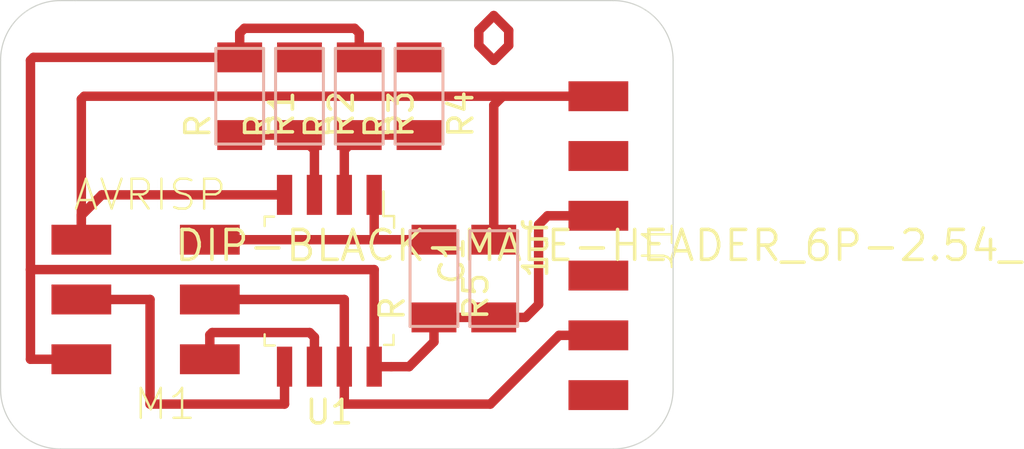
<source format=kicad_pcb>
(kicad_pcb (version 20171130) (host pcbnew "(5.1.5-0-10_14)")

  (general
    (thickness 1.6)
    (drawings 10)
    (tracks 60)
    (zones 0)
    (modules 9)
    (nets 9)
  )

  (page A4)
  (layers
    (0 F.Cu signal)
    (31 B.Cu signal)
    (32 B.Adhes user)
    (33 F.Adhes user)
    (34 B.Paste user)
    (35 F.Paste user)
    (36 B.SilkS user)
    (37 F.SilkS user)
    (38 B.Mask user)
    (39 F.Mask user)
    (40 Dwgs.User user)
    (41 Cmts.User user)
    (42 Eco1.User user)
    (43 Eco2.User user)
    (44 Edge.Cuts user)
    (45 Margin user)
    (46 B.CrtYd user)
    (47 F.CrtYd user)
    (48 B.Fab user)
    (49 F.Fab user)
  )

  (setup
    (last_trace_width 0.4)
    (trace_clearance 0.4)
    (zone_clearance 0.508)
    (zone_45_only no)
    (trace_min 0.4)
    (via_size 0.8)
    (via_drill 0.4)
    (via_min_size 0.8)
    (via_min_drill 0.3)
    (uvia_size 0.8)
    (uvia_drill 0.1)
    (uvias_allowed no)
    (uvia_min_size 0.8)
    (uvia_min_drill 0.1)
    (edge_width 0.05)
    (segment_width 0.2)
    (pcb_text_width 0.3)
    (pcb_text_size 1.5 1.5)
    (mod_edge_width 0.12)
    (mod_text_size 1 1)
    (mod_text_width 0.15)
    (pad_size 1.524 1.524)
    (pad_drill 0.762)
    (pad_to_mask_clearance 0.051)
    (solder_mask_min_width 0.25)
    (aux_axis_origin 0 0)
    (visible_elements FFFFFF7F)
    (pcbplotparams
      (layerselection 0x01000_7fffffff)
      (usegerberextensions false)
      (usegerberattributes false)
      (usegerberadvancedattributes false)
      (creategerberjobfile false)
      (excludeedgelayer true)
      (linewidth 0.100000)
      (plotframeref false)
      (viasonmask false)
      (mode 1)
      (useauxorigin false)
      (hpglpennumber 1)
      (hpglpenspeed 20)
      (hpglpendiameter 15.000000)
      (psnegative false)
      (psa4output false)
      (plotreference true)
      (plotvalue true)
      (plotinvisibletext false)
      (padsonsilk false)
      (subtractmaskfromsilk false)
      (outputformat 1)
      (mirror false)
      (drillshape 0)
      (scaleselection 1)
      (outputdirectory ""))
  )

  (net 0 "")
  (net 1 VCC)
  (net 2 GND)
  (net 3 SCK)
  (net 4 "Net-(M1-Pad1)")
  (net 5 "Net-(M1-Pad4)")
  (net 6 RES)
  (net 7 PB4)
  (net 8 PB3)

  (net_class Default "This is the default net class."
    (clearance 0.4)
    (trace_width 0.4)
    (via_dia 0.8)
    (via_drill 0.4)
    (uvia_dia 0.8)
    (uvia_drill 0.1)
    (add_net GND)
    (add_net "Net-(M1-Pad1)")
    (add_net "Net-(M1-Pad4)")
    (add_net PB3)
    (add_net PB4)
    (add_net RES)
    (add_net SCK)
    (add_net VCC)
  )

  (module digikey-footprints:SOIC-8_W5.6mm (layer F.Cu) (tedit 5D28A58E) (tstamp 5E822CCC)
    (at 193.04 36.035 180)
    (path /5E7F43CC)
    (attr smd)
    (fp_text reference U1 (at 0 -5.58) (layer F.SilkS)
      (effects (font (size 1 1) (thickness 0.15)))
    )
    (fp_text value ATTINY45-20PU (at 0 5.98) (layer F.Fab)
      (effects (font (size 1 1) (thickness 0.15)))
    )
    (fp_line (start 2.88 4.75) (end -2.88 4.75) (layer F.CrtYd) (width 0.05))
    (fp_line (start -2.88 -4.75) (end -2.88 4.75) (layer F.CrtYd) (width 0.05))
    (fp_line (start 2.88 -4.75) (end 2.88 4.75) (layer F.CrtYd) (width 0.05))
    (fp_line (start 2.88 -4.75) (end -2.88 -4.75) (layer F.CrtYd) (width 0.05))
    (fp_line (start -2.75 2.25) (end -2.75 2.75) (layer F.SilkS) (width 0.1))
    (fp_line (start -2.75 2.75) (end -2.3 2.75) (layer F.SilkS) (width 0.1))
    (fp_line (start -2.3 2.75) (end -2.3 3.8) (layer F.SilkS) (width 0.1))
    (fp_line (start 2.75 2.725) (end 2.35 2.725) (layer F.SilkS) (width 0.1))
    (fp_line (start 2.75 2.725) (end 2.75 2.325) (layer F.SilkS) (width 0.1))
    (fp_line (start 2.75 -2.75) (end 2.75 -2.275) (layer F.SilkS) (width 0.1))
    (fp_line (start 2.75 -2.75) (end 2.325 -2.75) (layer F.SilkS) (width 0.1))
    (fp_line (start -2.725 -2.725) (end -2.725 -2.3) (layer F.SilkS) (width 0.1))
    (fp_line (start -2.725 -2.725) (end -2.325 -2.725) (layer F.SilkS) (width 0.1))
    (fp_text user %R (at 0 0) (layer F.Fab)
      (effects (font (size 1 1) (thickness 0.15)))
    )
    (fp_line (start -2.63 -2.625) (end -2.63 2.625) (layer F.Fab) (width 0.1))
    (fp_line (start -2.63 2.625) (end 2.63 2.625) (layer F.Fab) (width 0.1))
    (fp_line (start 2.63 -2.625) (end 2.63 2.625) (layer F.Fab) (width 0.1))
    (fp_line (start -2.63 -2.625) (end 2.63 -2.625) (layer F.Fab) (width 0.1))
    (pad 1 smd rect (at -1.905 3.65 180) (size 0.65 1.7) (layers F.Cu F.Paste F.Mask)
      (net 6 RES))
    (pad 2 smd rect (at -0.635 3.65 180) (size 0.65 1.7) (layers F.Cu F.Paste F.Mask)
      (net 8 PB3))
    (pad 3 smd rect (at 0.635 3.65 180) (size 0.65 1.7) (layers F.Cu F.Paste F.Mask)
      (net 7 PB4))
    (pad 4 smd rect (at 1.905 3.65 180) (size 0.65 1.7) (layers F.Cu F.Paste F.Mask)
      (net 2 GND))
    (pad 5 smd rect (at 1.905 -3.65 180) (size 0.65 1.7) (layers F.Cu F.Paste F.Mask)
      (net 5 "Net-(M1-Pad4)"))
    (pad 6 smd rect (at 0.635 -3.65 180) (size 0.65 1.7) (layers F.Cu F.Paste F.Mask)
      (net 4 "Net-(M1-Pad1)"))
    (pad 7 smd rect (at -0.635 -3.65 180) (size 0.65 1.7) (layers F.Cu F.Paste F.Mask)
      (net 3 SCK))
    (pad 8 smd rect (at -1.905 -3.65 180) (size 0.65 1.7) (layers F.Cu F.Paste F.Mask)
      (net 1 VCC))
  )

  (module fab:fab-C1206FAB (layer F.Cu) (tedit 200000) (tstamp 5E822C68)
    (at 200.025 35.941 90)
    (path /5E812225)
    (attr smd)
    (fp_text reference C1 (at 0.762 -1.778 90) (layer F.SilkS)
      (effects (font (size 1.016 1.016) (thickness 0.1524)))
    )
    (fp_text value 1uf (at 1.27 1.778 90) (layer F.SilkS)
      (effects (font (size 1.016 1.016) (thickness 0.1524)))
    )
    (fp_line (start -2.032 1.016) (end -2.032 -1.016) (layer B.SilkS) (width 0.127))
    (fp_line (start 2.032 1.016) (end -2.032 1.016) (layer B.SilkS) (width 0.127))
    (fp_line (start 2.032 -1.016) (end 2.032 1.016) (layer B.SilkS) (width 0.127))
    (fp_line (start -2.032 -1.016) (end 2.032 -1.016) (layer B.SilkS) (width 0.127))
    (pad 2 smd rect (at 1.651 0 90) (size 1.27 1.905) (layers F.Cu F.Paste F.Mask)
      (net 2 GND))
    (pad 1 smd rect (at -1.651 0 90) (size 1.27 1.905) (layers F.Cu F.Paste F.Mask)
      (net 1 VCC))
  )

  (module fab:fab-1X06SMD (layer F.Cu) (tedit 200000) (tstamp 5E822C72)
    (at 204.47 34.544 180)
    (path /5E834612)
    (attr smd)
    (fp_text reference J1 (at -2.54 0 90) (layer F.SilkS)
      (effects (font (size 1.27 1.27) (thickness 0.1016)))
    )
    (fp_text value DIP-BLACK-MALE-HEADER_6P-2.54_ (at 0 0) (layer F.SilkS)
      (effects (font (size 1.27 1.27) (thickness 0.15)))
    )
    (pad 1 smd rect (at 0 -6.35 180) (size 2.54 1.27) (layers F.Cu F.Paste F.Mask))
    (pad 2 smd rect (at 0 -3.81 180) (size 2.54 1.27) (layers F.Cu F.Paste F.Mask)
      (net 3 SCK))
    (pad 3 smd rect (at 0 -1.27 180) (size 2.54 1.27) (layers F.Cu F.Paste F.Mask))
    (pad 4 smd rect (at 0 1.27 180) (size 2.54 1.27) (layers F.Cu F.Paste F.Mask)
      (net 1 VCC))
    (pad 5 smd rect (at 0 3.81 180) (size 2.54 1.27) (layers F.Cu F.Paste F.Mask))
    (pad 6 smd rect (at 0 6.35 180) (size 2.54 1.27) (layers F.Cu F.Paste F.Mask)
      (net 2 GND))
  )

  (module fab:fab-2X03SMD (layer F.Cu) (tedit 200000) (tstamp 5E822C7C)
    (at 185.42 36.83 180)
    (path /5E8103AA)
    (attr smd)
    (fp_text reference M1 (at -0.635 -4.445) (layer F.SilkS)
      (effects (font (size 1.27 1.27) (thickness 0.1016)))
    )
    (fp_text value AVRISP (at 0 4.445) (layer F.SilkS)
      (effects (font (size 1.27 1.27) (thickness 0.1016)))
    )
    (pad 1 smd rect (at -2.54 -2.54 180) (size 2.54 1.27) (layers F.Cu F.Paste F.Mask)
      (net 4 "Net-(M1-Pad1)"))
    (pad 2 smd rect (at 2.91846 -2.54 180) (size 2.54 1.27) (layers F.Cu F.Paste F.Mask)
      (net 1 VCC))
    (pad 3 smd rect (at -2.54 0 180) (size 2.54 1.27) (layers F.Cu F.Paste F.Mask)
      (net 3 SCK))
    (pad 4 smd rect (at 2.91846 0 180) (size 2.54 1.27) (layers F.Cu F.Paste F.Mask)
      (net 5 "Net-(M1-Pad4)"))
    (pad 5 smd rect (at -2.54 2.54 180) (size 2.54 1.27) (layers F.Cu F.Paste F.Mask)
      (net 6 RES))
    (pad 6 smd rect (at 2.91846 2.54 180) (size 2.54 1.27) (layers F.Cu F.Paste F.Mask)
      (net 2 GND))
  )

  (module fab:fab-C1206FAB (layer F.Cu) (tedit 200000) (tstamp 5E822C86)
    (at 189.23 28.194 270)
    (path /5E82B2CD)
    (attr smd)
    (fp_text reference R1 (at 0.762 -1.778 90) (layer F.SilkS)
      (effects (font (size 1.016 1.016) (thickness 0.1524)))
    )
    (fp_text value R (at 1.27 1.778 90) (layer F.SilkS)
      (effects (font (size 1.016 1.016) (thickness 0.1524)))
    )
    (fp_line (start -2.032 -1.016) (end 2.032 -1.016) (layer B.SilkS) (width 0.127))
    (fp_line (start 2.032 -1.016) (end 2.032 1.016) (layer B.SilkS) (width 0.127))
    (fp_line (start 2.032 1.016) (end -2.032 1.016) (layer B.SilkS) (width 0.127))
    (fp_line (start -2.032 1.016) (end -2.032 -1.016) (layer B.SilkS) (width 0.127))
    (pad 1 smd rect (at -1.651 0 270) (size 1.27 1.905) (layers F.Cu F.Paste F.Mask)
      (net 1 VCC))
    (pad 2 smd rect (at 1.651 0 270) (size 1.27 1.905) (layers F.Cu F.Paste F.Mask)
      (net 7 PB4))
  )

  (module fab:fab-C1206FAB (layer F.Cu) (tedit 200000) (tstamp 5E822C90)
    (at 191.77 28.194 270)
    (path /5E82F396)
    (attr smd)
    (fp_text reference R2 (at 0.762 -1.778 90) (layer F.SilkS)
      (effects (font (size 1.016 1.016) (thickness 0.1524)))
    )
    (fp_text value R (at 1.27 1.778 90) (layer F.SilkS)
      (effects (font (size 1.016 1.016) (thickness 0.1524)))
    )
    (fp_line (start -2.032 1.016) (end -2.032 -1.016) (layer B.SilkS) (width 0.127))
    (fp_line (start 2.032 1.016) (end -2.032 1.016) (layer B.SilkS) (width 0.127))
    (fp_line (start 2.032 -1.016) (end 2.032 1.016) (layer B.SilkS) (width 0.127))
    (fp_line (start -2.032 -1.016) (end 2.032 -1.016) (layer B.SilkS) (width 0.127))
    (pad 2 smd rect (at 1.651 0 270) (size 1.27 1.905) (layers F.Cu F.Paste F.Mask)
      (net 7 PB4))
    (pad 1 smd rect (at -1.651 0 270) (size 1.27 1.905) (layers F.Cu F.Paste F.Mask))
  )

  (module fab:fab-C1206FAB (layer F.Cu) (tedit 200000) (tstamp 5E822C9A)
    (at 194.31 28.194 270)
    (path /5E830336)
    (attr smd)
    (fp_text reference R3 (at 0.762 -1.778 90) (layer F.SilkS)
      (effects (font (size 1.016 1.016) (thickness 0.1524)))
    )
    (fp_text value R (at 1.27 1.778 90) (layer F.SilkS)
      (effects (font (size 1.016 1.016) (thickness 0.1524)))
    )
    (fp_line (start -2.032 -1.016) (end 2.032 -1.016) (layer B.SilkS) (width 0.127))
    (fp_line (start 2.032 -1.016) (end 2.032 1.016) (layer B.SilkS) (width 0.127))
    (fp_line (start 2.032 1.016) (end -2.032 1.016) (layer B.SilkS) (width 0.127))
    (fp_line (start -2.032 1.016) (end -2.032 -1.016) (layer B.SilkS) (width 0.127))
    (pad 1 smd rect (at -1.651 0 270) (size 1.27 1.905) (layers F.Cu F.Paste F.Mask)
      (net 1 VCC))
    (pad 2 smd rect (at 1.651 0 270) (size 1.27 1.905) (layers F.Cu F.Paste F.Mask)
      (net 8 PB3))
  )

  (module fab:fab-C1206FAB (layer F.Cu) (tedit 200000) (tstamp 5E822CA4)
    (at 196.85 28.194 270)
    (path /5E8311EF)
    (attr smd)
    (fp_text reference R4 (at 0.762 -1.778 90) (layer F.SilkS)
      (effects (font (size 1.016 1.016) (thickness 0.1524)))
    )
    (fp_text value R (at 1.27 1.778 90) (layer F.SilkS)
      (effects (font (size 1.016 1.016) (thickness 0.1524)))
    )
    (fp_line (start -2.032 1.016) (end -2.032 -1.016) (layer B.SilkS) (width 0.127))
    (fp_line (start 2.032 1.016) (end -2.032 1.016) (layer B.SilkS) (width 0.127))
    (fp_line (start 2.032 -1.016) (end 2.032 1.016) (layer B.SilkS) (width 0.127))
    (fp_line (start -2.032 -1.016) (end 2.032 -1.016) (layer B.SilkS) (width 0.127))
    (pad 2 smd rect (at 1.651 0 270) (size 1.27 1.905) (layers F.Cu F.Paste F.Mask)
      (net 8 PB3))
    (pad 1 smd rect (at -1.651 0 270) (size 1.27 1.905) (layers F.Cu F.Paste F.Mask))
  )

  (module fab:fab-C1206FAB (layer F.Cu) (tedit 200000) (tstamp 5E822CAE)
    (at 197.485 35.941 270)
    (path /5E8321F8)
    (attr smd)
    (fp_text reference R5 (at 0.762 -1.778 90) (layer F.SilkS)
      (effects (font (size 1.016 1.016) (thickness 0.1524)))
    )
    (fp_text value R (at 1.27 1.778 90) (layer F.SilkS)
      (effects (font (size 1.016 1.016) (thickness 0.1524)))
    )
    (fp_line (start -2.032 -1.016) (end 2.032 -1.016) (layer B.SilkS) (width 0.127))
    (fp_line (start 2.032 -1.016) (end 2.032 1.016) (layer B.SilkS) (width 0.127))
    (fp_line (start 2.032 1.016) (end -2.032 1.016) (layer B.SilkS) (width 0.127))
    (fp_line (start -2.032 1.016) (end -2.032 -1.016) (layer B.SilkS) (width 0.127))
    (pad 1 smd rect (at -1.651 0 270) (size 1.27 1.905) (layers F.Cu F.Paste F.Mask)
      (net 6 RES))
    (pad 2 smd rect (at 1.651 0 270) (size 1.27 1.905) (layers F.Cu F.Paste F.Mask)
      (net 1 VCC))
  )

  (gr_arc (start 205.105 40.64) (end 205.105 43.18) (angle -90) (layer Edge.Cuts) (width 0.05))
  (gr_arc (start 205.105 26.67) (end 207.645 26.67) (angle -90) (layer Edge.Cuts) (width 0.05))
  (gr_arc (start 181.61 40.64) (end 179.07 40.64) (angle -90) (layer Edge.Cuts) (width 0.05))
  (gr_arc (start 181.61 26.67) (end 181.61 24.13) (angle -90) (layer Edge.Cuts) (width 0.05))
  (gr_line (start 182.245 24.13) (end 181.61 24.13) (layer Edge.Cuts) (width 0.05))
  (gr_line (start 179.07 27.94) (end 179.07 26.67) (layer Edge.Cuts) (width 0.05))
  (gr_line (start 179.07 27.94) (end 179.07 40.64) (layer Edge.Cuts) (width 0.05))
  (gr_line (start 205.105 24.13) (end 182.245 24.13) (layer Edge.Cuts) (width 0.05))
  (gr_line (start 207.645 40.64) (end 207.645 26.67) (layer Edge.Cuts) (width 0.05))
  (gr_line (start 205.105 43.18) (end 181.61 43.18) (layer Edge.Cuts) (width 0.05))

  (segment (start 199.39 25.4) (end 199.39 26.035) (width 0.4) (layer F.Cu) (net 0))
  (segment (start 199.39 26.035) (end 200.025 26.67) (width 0.4) (layer F.Cu) (net 0))
  (segment (start 200.025 26.67) (end 200.66 26.035) (width 0.4) (layer F.Cu) (net 0))
  (segment (start 200.66 26.035) (end 200.66 25.4) (width 0.4) (layer F.Cu) (net 0))
  (segment (start 200.66 25.4) (end 200.025 24.765) (width 0.4) (layer F.Cu) (net 0))
  (segment (start 200.025 24.765) (end 199.39 25.4) (width 0.4) (layer F.Cu) (net 0))
  (segment (start 189.23 26.543) (end 189.23 25.508) (width 0.4) (layer F.Cu) (net 1))
  (segment (start 194.31 25.508) (end 194.31 26.543) (width 0.4) (layer F.Cu) (net 1))
  (segment (start 194.109999 25.307999) (end 194.31 25.508) (width 0.4) (layer F.Cu) (net 1))
  (segment (start 189.430001 25.307999) (end 194.109999 25.307999) (width 0.4) (layer F.Cu) (net 1))
  (segment (start 189.23 25.508) (end 189.430001 25.307999) (width 0.4) (layer F.Cu) (net 1))
  (segment (start 195.67 39.685) (end 194.945 39.685) (width 0.4) (layer F.Cu) (net 1))
  (segment (start 196.427 39.685) (end 195.67 39.685) (width 0.4) (layer F.Cu) (net 1))
  (segment (start 197.485 38.627) (end 196.427 39.685) (width 0.4) (layer F.Cu) (net 1))
  (segment (start 197.485 37.592) (end 197.485 38.627) (width 0.4) (layer F.Cu) (net 1))
  (segment (start 200.025 37.592) (end 197.485 37.592) (width 0.4) (layer F.Cu) (net 1))
  (segment (start 201.3775 37.592) (end 201.93 37.0395) (width 0.4) (layer F.Cu) (net 1))
  (segment (start 200.025 37.592) (end 201.3775 37.592) (width 0.4) (layer F.Cu) (net 1))
  (segment (start 201.93 37.0395) (end 201.93 33.655) (width 0.4) (layer F.Cu) (net 1))
  (segment (start 202.311 33.274) (end 204.47 33.274) (width 0.4) (layer F.Cu) (net 1))
  (segment (start 201.93 33.655) (end 202.311 33.274) (width 0.4) (layer F.Cu) (net 1))
  (segment (start 182.50154 39.37) (end 180.34 39.37) (width 0.4) (layer F.Cu) (net 1))
  (segment (start 180.467 26.543) (end 189.23 26.543) (width 0.4) (layer F.Cu) (net 1))
  (segment (start 180.34 26.67) (end 180.467 26.543) (width 0.4) (layer F.Cu) (net 1))
  (segment (start 194.945 39.685) (end 194.945 35.56) (width 0.4) (layer F.Cu) (net 1))
  (segment (start 194.945 35.56) (end 180.34 35.56) (width 0.4) (layer F.Cu) (net 1))
  (segment (start 180.34 35.56) (end 180.34 26.67) (width 0.4) (layer F.Cu) (net 1))
  (segment (start 180.34 39.37) (end 180.34 35.56) (width 0.4) (layer F.Cu) (net 1))
  (segment (start 200.025 34.29) (end 200.025 28.575) (width 0.4) (layer F.Cu) (net 2))
  (segment (start 200.025 28.575) (end 200.406 28.194) (width 0.4) (layer F.Cu) (net 2))
  (segment (start 182.626 28.194) (end 204.47 28.194) (width 0.4) (layer F.Cu) (net 2))
  (segment (start 182.50154 28.31846) (end 182.626 28.194) (width 0.4) (layer F.Cu) (net 2))
  (segment (start 182.50154 34.29) (end 182.50154 28.31846) (width 0.4) (layer F.Cu) (net 2))
  (segment (start 182.50154 33.255) (end 182.50154 34.29) (width 0.4) (layer F.Cu) (net 2))
  (segment (start 191.135 32.385) (end 183.37154 32.385) (width 0.4) (layer F.Cu) (net 2))
  (segment (start 183.37154 32.385) (end 182.50154 33.255) (width 0.4) (layer F.Cu) (net 2))
  (segment (start 193.675 36.83) (end 187.96 36.83) (width 0.4) (layer F.Cu) (net 3))
  (segment (start 193.675 39.685) (end 193.675 36.83) (width 0.4) (layer F.Cu) (net 3))
  (segment (start 202.8 38.354) (end 204.47 38.354) (width 0.4) (layer F.Cu) (net 3))
  (segment (start 193.675 41.275) (end 199.879 41.275) (width 0.4) (layer F.Cu) (net 3))
  (segment (start 199.879 41.275) (end 202.8 38.354) (width 0.4) (layer F.Cu) (net 3))
  (segment (start 193.675 39.685) (end 193.675 41.275) (width 0.4) (layer F.Cu) (net 3))
  (segment (start 187.96 38.335) (end 187.96 39.37) (width 0.4) (layer F.Cu) (net 4))
  (segment (start 192.204999 38.234999) (end 188.060001 38.234999) (width 0.4) (layer F.Cu) (net 4))
  (segment (start 188.060001 38.234999) (end 187.96 38.335) (width 0.4) (layer F.Cu) (net 4))
  (segment (start 192.405 38.435) (end 192.204999 38.234999) (width 0.4) (layer F.Cu) (net 4))
  (segment (start 192.405 39.685) (end 192.405 38.435) (width 0.4) (layer F.Cu) (net 4))
  (segment (start 191.135 39.685) (end 191.135 41.275) (width 0.4) (layer F.Cu) (net 5))
  (segment (start 191.135 41.275) (end 185.42 41.275) (width 0.4) (layer F.Cu) (net 5))
  (segment (start 185.42 41.275) (end 185.42 36.83) (width 0.4) (layer F.Cu) (net 5))
  (segment (start 185.42 36.83) (end 182.50154 36.83) (width 0.4) (layer F.Cu) (net 5))
  (segment (start 194.945 34.29) (end 194.945 32.385) (width 0.4) (layer F.Cu) (net 6))
  (segment (start 197.485 34.29) (end 194.945 34.29) (width 0.4) (layer F.Cu) (net 6))
  (segment (start 194.945 34.29) (end 187.96 34.29) (width 0.4) (layer F.Cu) (net 6))
  (segment (start 191.77 29.845) (end 189.23 29.845) (width 0.4) (layer F.Cu) (net 7))
  (segment (start 192.405 30.48) (end 191.77 29.845) (width 0.4) (layer F.Cu) (net 7))
  (segment (start 192.405 32.385) (end 192.405 30.48) (width 0.4) (layer F.Cu) (net 7))
  (segment (start 194.31 29.845) (end 196.85 29.845) (width 0.4) (layer F.Cu) (net 8))
  (segment (start 193.675 30.48) (end 194.31 29.845) (width 0.4) (layer F.Cu) (net 8))
  (segment (start 193.675 32.385) (end 193.675 30.48) (width 0.4) (layer F.Cu) (net 8))

)

</source>
